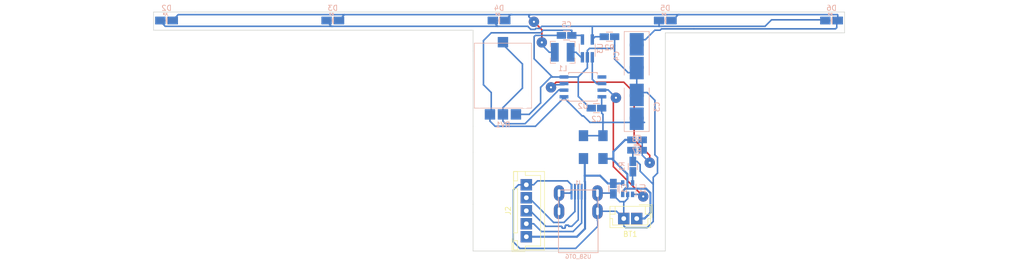
<source format=kicad_pcb>
(kicad_pcb (version 20171130) (host pcbnew 6.0.0-rc1-unknown-ba8647f~66~ubuntu18.04.1)

  (general
    (thickness 1.6)
    (drawings 28)
    (tracks 300)
    (zones 0)
    (modules 24)
    (nets 16)
  )

  (page A4)
  (layers
    (0 F.Cu jumper)
    (31 B.Cu signal)
    (32 B.Adhes user)
    (33 F.Adhes user)
    (34 B.Paste user)
    (35 F.Paste user)
    (36 B.SilkS user)
    (37 F.SilkS user)
    (38 B.Mask user)
    (39 F.Mask user)
    (40 Dwgs.User user)
    (41 Cmts.User user)
    (42 Eco1.User user)
    (43 Eco2.User user)
    (44 Edge.Cuts user)
    (45 Margin user)
    (46 B.CrtYd user)
    (47 F.CrtYd user)
    (48 B.Fab user)
    (49 F.Fab user)
  )

  (setup
    (last_trace_width 0.3)
    (trace_clearance 0.19)
    (zone_clearance 0.508)
    (zone_45_only no)
    (trace_min 0.2)
    (via_size 2)
    (via_drill 0.4)
    (via_min_size 0.4)
    (via_min_drill 0.3)
    (uvia_size 0.3)
    (uvia_drill 0.1)
    (uvias_allowed no)
    (uvia_min_size 0.2)
    (uvia_min_drill 0.1)
    (edge_width 0.05)
    (segment_width 0.2)
    (pcb_text_width 0.3)
    (pcb_text_size 1.5 1.5)
    (mod_edge_width 0.12)
    (mod_text_size 1 1)
    (mod_text_width 0.15)
    (pad_size 1.524 1.524)
    (pad_drill 0.762)
    (pad_to_mask_clearance 0.051)
    (solder_mask_min_width 0.25)
    (aux_axis_origin 79.5 78)
    (visible_elements FFFFFF7F)
    (pcbplotparams
      (layerselection 0x010fc_ffffffff)
      (usegerberextensions false)
      (usegerberattributes false)
      (usegerberadvancedattributes false)
      (creategerberjobfile false)
      (excludeedgelayer true)
      (linewidth 0.100000)
      (plotframeref false)
      (viasonmask false)
      (mode 1)
      (useauxorigin false)
      (hpglpennumber 1)
      (hpglpenspeed 20)
      (hpglpendiameter 15.000000)
      (psnegative false)
      (psa4output false)
      (plotreference true)
      (plotvalue true)
      (plotinvisibletext false)
      (padsonsilk false)
      (subtractmaskfromsilk false)
      (outputformat 1)
      (mirror false)
      (drillshape 1)
      (scaleselection 1)
      (outputdirectory ""))
  )

  (net 0 "")
  (net 1 GND)
  (net 2 +BATT)
  (net 3 +5V)
  (net 4 VCC)
  (net 5 LED_PWM)
  (net 6 "Net-(R1-Pad2)")
  (net 7 BATT_VOLTAGE)
  (net 8 BRIGHTNESS)
  (net 9 CHG_STATUS)
  (net 10 "Net-(L1-Pad1)")
  (net 11 /D-)
  (net 12 /D+)
  (net 13 /ID)
  (net 14 /LED+)
  (net 15 /LED-)

  (net_class Default "This is the default net class."
    (clearance 0.19)
    (trace_width 0.3)
    (via_dia 2)
    (via_drill 0.4)
    (uvia_dia 0.3)
    (uvia_drill 0.1)
    (add_net /D+)
    (add_net /D-)
    (add_net /ID)
    (add_net /LED+)
    (add_net /LED-)
    (add_net BATT_VOLTAGE)
    (add_net BRIGHTNESS)
    (add_net CHG_STATUS)
    (add_net GND)
    (add_net LED_PWM)
    (add_net "Net-(L1-Pad1)")
    (add_net "Net-(R1-Pad2)")
    (add_net VCC)
  )

  (net_class Power ""
    (clearance 0.19)
    (trace_width 0.4)
    (via_dia 2)
    (via_drill 0.4)
    (uvia_dia 0.3)
    (uvia_drill 0.1)
    (add_net +5V)
    (add_net +BATT)
  )

  (module coddingtonbear:MICRO_SIDELED_2808 (layer B.Cu) (tedit 5BB11804) (tstamp 5BADF47F)
    (at 210 34.1325)
    (path /5BADF8F9)
    (fp_text reference D6 (at 0 -2.4) (layer B.SilkS)
      (effects (font (size 1 1) (thickness 0.15)) (justify mirror))
    )
    (fp_text value LW-Y1SG (at 0 2) (layer B.Fab)
      (effects (font (size 1 1) (thickness 0.15)) (justify mirror))
    )
    (fp_line (start -0.4 -1.4) (end -0.6 -1.4) (layer B.SilkS) (width 0.12))
    (fp_line (start -0.6 -1.1) (end -0.4 -1.4) (layer B.SilkS) (width 0.12))
    (fp_line (start -0.6 -1.4) (end -0.6 -1.1) (layer B.SilkS) (width 0.12))
    (fp_line (start -0.2 -0.9) (end -0.6 -1.4) (layer B.SilkS) (width 0.12))
    (fp_line (start 0.1 -1.4) (end -0.1 -1.4) (layer B.SilkS) (width 0.12))
    (fp_line (start -0.1 -1.1) (end 0.1 -1.4) (layer B.SilkS) (width 0.12))
    (fp_line (start -0.1 -1.4) (end -0.1 -1.1) (layer B.SilkS) (width 0.12))
    (fp_line (start 0.3 -0.9) (end -0.1 -1.4) (layer B.SilkS) (width 0.12))
    (fp_line (start 0.1 0.7) (end 0.1 0.5) (layer B.SilkS) (width 0.12))
    (fp_line (start 0.1 -0.7) (end 0.1 0.6) (layer B.SilkS) (width 0.12))
    (fp_line (start -0.1 0) (end 0.1 -0.7) (layer B.SilkS) (width 0.12))
    (fp_line (start 0.1 0.7) (end -0.1 0) (layer B.SilkS) (width 0.12))
    (pad 2 smd rect (at 1.2 0) (size 2 1.5) (layers B.Cu B.Paste B.Mask)
      (net 14 /LED+))
    (pad 1 smd rect (at -1.2 0) (size 2 1.5) (layers B.Cu B.Paste B.Mask)
      (net 15 /LED-))
  )

  (module coddingtonbear:MICRO_SIDELED_2808 (layer B.Cu) (tedit 5BB11804) (tstamp 5BADF475)
    (at 178 34.1325)
    (path /5BADF775)
    (fp_text reference D5 (at 0 -2.4) (layer B.SilkS)
      (effects (font (size 1 1) (thickness 0.15)) (justify mirror))
    )
    (fp_text value LW-Y1SG (at 0 2) (layer B.Fab)
      (effects (font (size 1 1) (thickness 0.15)) (justify mirror))
    )
    (fp_line (start -0.4 -1.4) (end -0.6 -1.4) (layer B.SilkS) (width 0.12))
    (fp_line (start -0.6 -1.1) (end -0.4 -1.4) (layer B.SilkS) (width 0.12))
    (fp_line (start -0.6 -1.4) (end -0.6 -1.1) (layer B.SilkS) (width 0.12))
    (fp_line (start -0.2 -0.9) (end -0.6 -1.4) (layer B.SilkS) (width 0.12))
    (fp_line (start 0.1 -1.4) (end -0.1 -1.4) (layer B.SilkS) (width 0.12))
    (fp_line (start -0.1 -1.1) (end 0.1 -1.4) (layer B.SilkS) (width 0.12))
    (fp_line (start -0.1 -1.4) (end -0.1 -1.1) (layer B.SilkS) (width 0.12))
    (fp_line (start 0.3 -0.9) (end -0.1 -1.4) (layer B.SilkS) (width 0.12))
    (fp_line (start 0.1 0.7) (end 0.1 0.5) (layer B.SilkS) (width 0.12))
    (fp_line (start 0.1 -0.7) (end 0.1 0.6) (layer B.SilkS) (width 0.12))
    (fp_line (start -0.1 0) (end 0.1 -0.7) (layer B.SilkS) (width 0.12))
    (fp_line (start 0.1 0.7) (end -0.1 0) (layer B.SilkS) (width 0.12))
    (pad 2 smd rect (at 1.2 0) (size 2 1.5) (layers B.Cu B.Paste B.Mask)
      (net 14 /LED+))
    (pad 1 smd rect (at -1.2 0) (size 2 1.5) (layers B.Cu B.Paste B.Mask)
      (net 15 /LED-))
  )

  (module coddingtonbear:MICRO_SIDELED_2808 (layer B.Cu) (tedit 5BB11804) (tstamp 5BADF46B)
    (at 146 34.1325)
    (path /5BADF83D)
    (fp_text reference D4 (at 0 -2.4) (layer B.SilkS)
      (effects (font (size 1 1) (thickness 0.15)) (justify mirror))
    )
    (fp_text value LW-Y1SG (at 0 2) (layer B.Fab)
      (effects (font (size 1 1) (thickness 0.15)) (justify mirror))
    )
    (fp_line (start -0.4 -1.4) (end -0.6 -1.4) (layer B.SilkS) (width 0.12))
    (fp_line (start -0.6 -1.1) (end -0.4 -1.4) (layer B.SilkS) (width 0.12))
    (fp_line (start -0.6 -1.4) (end -0.6 -1.1) (layer B.SilkS) (width 0.12))
    (fp_line (start -0.2 -0.9) (end -0.6 -1.4) (layer B.SilkS) (width 0.12))
    (fp_line (start 0.1 -1.4) (end -0.1 -1.4) (layer B.SilkS) (width 0.12))
    (fp_line (start -0.1 -1.1) (end 0.1 -1.4) (layer B.SilkS) (width 0.12))
    (fp_line (start -0.1 -1.4) (end -0.1 -1.1) (layer B.SilkS) (width 0.12))
    (fp_line (start 0.3 -0.9) (end -0.1 -1.4) (layer B.SilkS) (width 0.12))
    (fp_line (start 0.1 0.7) (end 0.1 0.5) (layer B.SilkS) (width 0.12))
    (fp_line (start 0.1 -0.7) (end 0.1 0.6) (layer B.SilkS) (width 0.12))
    (fp_line (start -0.1 0) (end 0.1 -0.7) (layer B.SilkS) (width 0.12))
    (fp_line (start 0.1 0.7) (end -0.1 0) (layer B.SilkS) (width 0.12))
    (pad 2 smd rect (at 1.2 0) (size 2 1.5) (layers B.Cu B.Paste B.Mask)
      (net 14 /LED+))
    (pad 1 smd rect (at -1.2 0) (size 2 1.5) (layers B.Cu B.Paste B.Mask)
      (net 15 /LED-))
  )

  (module coddingtonbear:MICRO_SIDELED_2808 (layer B.Cu) (tedit 5BB11804) (tstamp 5BADF461)
    (at 114 34.1325)
    (path /5BADF879)
    (fp_text reference D3 (at 0 -2.4) (layer B.SilkS)
      (effects (font (size 1 1) (thickness 0.15)) (justify mirror))
    )
    (fp_text value LW-Y1SG (at 0 2) (layer B.Fab)
      (effects (font (size 1 1) (thickness 0.15)) (justify mirror))
    )
    (fp_line (start -0.4 -1.4) (end -0.6 -1.4) (layer B.SilkS) (width 0.12))
    (fp_line (start -0.6 -1.1) (end -0.4 -1.4) (layer B.SilkS) (width 0.12))
    (fp_line (start -0.6 -1.4) (end -0.6 -1.1) (layer B.SilkS) (width 0.12))
    (fp_line (start -0.2 -0.9) (end -0.6 -1.4) (layer B.SilkS) (width 0.12))
    (fp_line (start 0.1 -1.4) (end -0.1 -1.4) (layer B.SilkS) (width 0.12))
    (fp_line (start -0.1 -1.1) (end 0.1 -1.4) (layer B.SilkS) (width 0.12))
    (fp_line (start -0.1 -1.4) (end -0.1 -1.1) (layer B.SilkS) (width 0.12))
    (fp_line (start 0.3 -0.9) (end -0.1 -1.4) (layer B.SilkS) (width 0.12))
    (fp_line (start 0.1 0.7) (end 0.1 0.5) (layer B.SilkS) (width 0.12))
    (fp_line (start 0.1 -0.7) (end 0.1 0.6) (layer B.SilkS) (width 0.12))
    (fp_line (start -0.1 0) (end 0.1 -0.7) (layer B.SilkS) (width 0.12))
    (fp_line (start 0.1 0.7) (end -0.1 0) (layer B.SilkS) (width 0.12))
    (pad 2 smd rect (at 1.2 0) (size 2 1.5) (layers B.Cu B.Paste B.Mask)
      (net 14 /LED+))
    (pad 1 smd rect (at -1.2 0) (size 2 1.5) (layers B.Cu B.Paste B.Mask)
      (net 15 /LED-))
  )

  (module coddingtonbear:MICRO_SIDELED_2808 (layer B.Cu) (tedit 5BB11804) (tstamp 5BADF457)
    (at 82 34.1325)
    (path /5BADF8BB)
    (fp_text reference D2 (at 0 -2.4) (layer B.SilkS)
      (effects (font (size 1 1) (thickness 0.15)) (justify mirror))
    )
    (fp_text value LW-Y1SG (at 0 2) (layer B.Fab)
      (effects (font (size 1 1) (thickness 0.15)) (justify mirror))
    )
    (fp_line (start -0.4 -1.4) (end -0.6 -1.4) (layer B.SilkS) (width 0.12))
    (fp_line (start -0.6 -1.1) (end -0.4 -1.4) (layer B.SilkS) (width 0.12))
    (fp_line (start -0.6 -1.4) (end -0.6 -1.1) (layer B.SilkS) (width 0.12))
    (fp_line (start -0.2 -0.9) (end -0.6 -1.4) (layer B.SilkS) (width 0.12))
    (fp_line (start 0.1 -1.4) (end -0.1 -1.4) (layer B.SilkS) (width 0.12))
    (fp_line (start -0.1 -1.1) (end 0.1 -1.4) (layer B.SilkS) (width 0.12))
    (fp_line (start -0.1 -1.4) (end -0.1 -1.1) (layer B.SilkS) (width 0.12))
    (fp_line (start 0.3 -0.9) (end -0.1 -1.4) (layer B.SilkS) (width 0.12))
    (fp_line (start 0.1 0.7) (end 0.1 0.5) (layer B.SilkS) (width 0.12))
    (fp_line (start 0.1 -0.7) (end 0.1 0.6) (layer B.SilkS) (width 0.12))
    (fp_line (start -0.1 0) (end 0.1 -0.7) (layer B.SilkS) (width 0.12))
    (fp_line (start 0.1 0.7) (end -0.1 0) (layer B.SilkS) (width 0.12))
    (pad 2 smd rect (at 1.2 0) (size 2 1.5) (layers B.Cu B.Paste B.Mask)
      (net 14 /LED+))
    (pad 1 smd rect (at -1.2 0) (size 2 1.5) (layers B.Cu B.Paste B.Mask)
      (net 15 /LED-))
  )

  (module coddingtonbear:JST_XH_B05B-XH-A_05x2.50mm_Straight_LargePads (layer F.Cu) (tedit 5A888AA6) (tstamp 5BADF4C9)
    (at 151.25 75.75 90)
    (descr "JST XH series connector, B05B-XH-A, top entry type, through hole")
    (tags "connector jst xh tht top vertical 2.50mm")
    (path /5BAD9667)
    (fp_text reference J2 (at 5 -3.5 90) (layer F.SilkS)
      (effects (font (size 1 1) (thickness 0.15)))
    )
    (fp_text value Passthrough (at 5 4.5 90) (layer F.Fab)
      (effects (font (size 1 1) (thickness 0.15)))
    )
    (fp_line (start -2.45 -2.35) (end -2.45 3.4) (layer F.Fab) (width 0.1))
    (fp_line (start -2.45 3.4) (end 12.45 3.4) (layer F.Fab) (width 0.1))
    (fp_line (start 12.45 3.4) (end 12.45 -2.35) (layer F.Fab) (width 0.1))
    (fp_line (start 12.45 -2.35) (end -2.45 -2.35) (layer F.Fab) (width 0.1))
    (fp_line (start -2.95 -2.85) (end -2.95 3.9) (layer F.CrtYd) (width 0.05))
    (fp_line (start -2.95 3.9) (end 12.9 3.9) (layer F.CrtYd) (width 0.05))
    (fp_line (start 12.9 3.9) (end 12.9 -2.85) (layer F.CrtYd) (width 0.05))
    (fp_line (start 12.9 -2.85) (end -2.95 -2.85) (layer F.CrtYd) (width 0.05))
    (fp_line (start -2.55 -2.45) (end -2.55 3.5) (layer F.SilkS) (width 0.12))
    (fp_line (start -2.55 3.5) (end 12.55 3.5) (layer F.SilkS) (width 0.12))
    (fp_line (start 12.55 3.5) (end 12.55 -2.45) (layer F.SilkS) (width 0.12))
    (fp_line (start 12.55 -2.45) (end -2.55 -2.45) (layer F.SilkS) (width 0.12))
    (fp_line (start 0.75 -2.45) (end 0.75 -1.7) (layer F.SilkS) (width 0.12))
    (fp_line (start 0.75 -1.7) (end 9.25 -1.7) (layer F.SilkS) (width 0.12))
    (fp_line (start 9.25 -1.7) (end 9.25 -2.45) (layer F.SilkS) (width 0.12))
    (fp_line (start 9.25 -2.45) (end 0.75 -2.45) (layer F.SilkS) (width 0.12))
    (fp_line (start -2.55 -2.45) (end -2.55 -1.7) (layer F.SilkS) (width 0.12))
    (fp_line (start -2.55 -1.7) (end -0.75 -1.7) (layer F.SilkS) (width 0.12))
    (fp_line (start -0.75 -1.7) (end -0.75 -2.45) (layer F.SilkS) (width 0.12))
    (fp_line (start -0.75 -2.45) (end -2.55 -2.45) (layer F.SilkS) (width 0.12))
    (fp_line (start 10.75 -2.45) (end 10.75 -1.7) (layer F.SilkS) (width 0.12))
    (fp_line (start 10.75 -1.7) (end 12.55 -1.7) (layer F.SilkS) (width 0.12))
    (fp_line (start 12.55 -1.7) (end 12.55 -2.45) (layer F.SilkS) (width 0.12))
    (fp_line (start 12.55 -2.45) (end 10.75 -2.45) (layer F.SilkS) (width 0.12))
    (fp_line (start -2.55 -0.2) (end -1.8 -0.2) (layer F.SilkS) (width 0.12))
    (fp_line (start -1.8 -0.2) (end -1.8 2.75) (layer F.SilkS) (width 0.12))
    (fp_line (start -1.8 2.75) (end 5 2.75) (layer F.SilkS) (width 0.12))
    (fp_line (start 12.55 -0.2) (end 11.8 -0.2) (layer F.SilkS) (width 0.12))
    (fp_line (start 11.8 -0.2) (end 11.8 2.75) (layer F.SilkS) (width 0.12))
    (fp_line (start 11.8 2.75) (end 5 2.75) (layer F.SilkS) (width 0.12))
    (fp_line (start -0.35 -2.75) (end -2.85 -2.75) (layer F.SilkS) (width 0.12))
    (fp_line (start -2.85 -2.75) (end -2.85 -0.25) (layer F.SilkS) (width 0.12))
    (fp_line (start -0.35 -2.75) (end -2.85 -2.75) (layer F.Fab) (width 0.1))
    (fp_line (start -2.85 -2.75) (end -2.85 -0.25) (layer F.Fab) (width 0.1))
    (fp_text user %R (at 5 2.5 90) (layer F.Fab)
      (effects (font (size 1 1) (thickness 0.15)))
    )
    (pad 1 thru_hole rect (at 0 0 90) (size 2.2 2.2) (drill 0.9) (layers *.Cu *.Mask)
      (net 3 +5V))
    (pad 2 thru_hole rect (at 2.5 0 90) (size 2.2 2.2) (drill 0.9) (layers *.Cu *.Mask)
      (net 11 /D-))
    (pad 3 thru_hole rect (at 5 0 90) (size 2.2 2.2) (drill 0.9) (layers *.Cu *.Mask)
      (net 12 /D+))
    (pad 4 thru_hole rect (at 7.5 0 90) (size 2.2 2.2) (drill 0.9) (layers *.Cu *.Mask)
      (net 13 /ID))
    (pad 5 thru_hole rect (at 10 0 90) (size 2.2 2.2) (drill 0.9) (layers *.Cu *.Mask)
      (net 1 GND))
    (model Connectors_JST.3dshapes/JST_XH_B05B-XH-A_05x2.50mm_Straight.wrl
      (at (xyz 0 0 0))
      (scale (xyz 1 1 1))
      (rotate (xyz 0 0 0))
    )
  )

  (module coddingtonbear:0805_Milling (layer B.Cu) (tedit 5A864972) (tstamp 5BB093E8)
    (at 159 37 180)
    (descr "Resistor SMD 0805, reflow soldering, Vishay (see dcrcw.pdf)")
    (tags "resistor 0805")
    (path /5BB18888)
    (attr smd)
    (fp_text reference C5 (at 0 2.1 180) (layer B.SilkS)
      (effects (font (size 1 1) (thickness 0.15)) (justify mirror))
    )
    (fp_text value 0.1u (at 0 -2.1 180) (layer B.Fab)
      (effects (font (size 1 1) (thickness 0.15)) (justify mirror))
    )
    (fp_line (start 0.6 -0.875) (end -0.6 -0.875) (layer B.SilkS) (width 0.15))
    (fp_line (start -0.6 0.875) (end 0.6 0.875) (layer B.SilkS) (width 0.15))
    (pad 1 smd rect (at -1 0 180) (size 1.79 1.3) (layers B.Cu B.Paste B.Mask)
      (net 4 VCC))
    (pad 2 smd rect (at 1 0 180) (size 1.79 1.3) (layers B.Cu B.Paste B.Mask)
      (net 1 GND))
    (model Resistors_SMD.3dshapes/R_0805.wrl
      (at (xyz 0 0 0))
      (scale (xyz 1 1 1))
      (rotate (xyz 0 0 0))
    )
  )

  (module Package_TO_SOT_SMD:TSOT-23-5_HandSoldering (layer B.Cu) (tedit 5A02FF57) (tstamp 5BB08614)
    (at 163 39.5 90)
    (descr "5-pin TSOT23 package, http://cds.linear.com/docs/en/packaging/SOT_5_05-08-1635.pdf")
    (tags "TSOT-23-5 Hand-soldering")
    (path /5BB0AD5D)
    (attr smd)
    (fp_text reference U3 (at 0 2.45 90) (layer B.SilkS)
      (effects (font (size 1 1) (thickness 0.15)) (justify mirror))
    )
    (fp_text value PAM2804 (at 0 -2.5 90) (layer B.Fab)
      (effects (font (size 1 1) (thickness 0.15)) (justify mirror))
    )
    (fp_line (start 2.96 -1.7) (end -2.96 -1.7) (layer B.CrtYd) (width 0.05))
    (fp_line (start 2.96 -1.7) (end 2.96 1.7) (layer B.CrtYd) (width 0.05))
    (fp_line (start -2.96 1.7) (end -2.96 -1.7) (layer B.CrtYd) (width 0.05))
    (fp_line (start -2.96 1.7) (end 2.96 1.7) (layer B.CrtYd) (width 0.05))
    (fp_line (start 0.88 1.45) (end 0.88 -1.45) (layer B.Fab) (width 0.1))
    (fp_line (start 0.88 -1.45) (end -0.88 -1.45) (layer B.Fab) (width 0.1))
    (fp_line (start -0.88 1) (end -0.88 -1.45) (layer B.Fab) (width 0.1))
    (fp_line (start 0.88 1.45) (end -0.43 1.45) (layer B.Fab) (width 0.1))
    (fp_line (start -0.88 1) (end -0.43 1.45) (layer B.Fab) (width 0.1))
    (fp_line (start 0.88 1.51) (end -1.55 1.51) (layer B.SilkS) (width 0.12))
    (fp_line (start -0.88 -1.56) (end 0.88 -1.56) (layer B.SilkS) (width 0.12))
    (fp_text user %R (at 0 0) (layer B.Fab)
      (effects (font (size 0.5 0.5) (thickness 0.075)) (justify mirror))
    )
    (pad 5 smd rect (at 1.71 0.95 90) (size 2 0.65) (layers B.Cu B.Paste B.Mask)
      (net 15 /LED-))
    (pad 4 smd rect (at 1.71 -0.95 90) (size 2 0.65) (layers B.Cu B.Paste B.Mask)
      (net 4 VCC))
    (pad 3 smd rect (at -1.71 -0.95 90) (size 2 0.65) (layers B.Cu B.Paste B.Mask)
      (net 10 "Net-(L1-Pad1)"))
    (pad 2 smd rect (at -1.71 0 90) (size 2 0.65) (layers B.Cu B.Paste B.Mask)
      (net 1 GND))
    (pad 1 smd rect (at -1.71 0.95 90) (size 2 0.65) (layers B.Cu B.Paste B.Mask)
      (net 5 LED_PWM))
    (model ${KISYS3DMOD}/Package_TO_SOT_SMD.3dshapes/TSOT-23-5.wrl
      (at (xyz 0 0 0))
      (scale (xyz 1 1 1))
      (rotate (xyz 0 0 0))
    )
  )

  (module coddingtonbear:0805_Milling (layer B.Cu) (tedit 5A864972) (tstamp 5BB08567)
    (at 167.25 37.25)
    (descr "Resistor SMD 0805, reflow soldering, Vishay (see dcrcw.pdf)")
    (tags "resistor 0805")
    (path /5BB1488F)
    (attr smd)
    (fp_text reference R2 (at 0 2.1) (layer B.SilkS)
      (effects (font (size 1 1) (thickness 0.15)) (justify mirror))
    )
    (fp_text value "1.0 (max)" (at 0 -2.1) (layer B.Fab)
      (effects (font (size 1 1) (thickness 0.15)) (justify mirror))
    )
    (fp_line (start 0.6 -0.875) (end -0.6 -0.875) (layer B.SilkS) (width 0.15))
    (fp_line (start -0.6 0.875) (end 0.6 0.875) (layer B.SilkS) (width 0.15))
    (pad 1 smd rect (at -1 0) (size 1.79 1.3) (layers B.Cu B.Paste B.Mask)
      (net 15 /LED-))
    (pad 2 smd rect (at 1 0) (size 1.79 1.3) (layers B.Cu B.Paste B.Mask)
      (net 1 GND))
    (model Resistors_SMD.3dshapes/R_0805.wrl
      (at (xyz 0 0 0))
      (scale (xyz 1 1 1))
      (rotate (xyz 0 0 0))
    )
  )

  (module Inductor_SMD:L_Bourns-SRN4018 (layer B.Cu) (tedit 5B471911) (tstamp 5BB08551)
    (at 158.25 40.25 180)
    (descr "Bourns SRN4018 series SMD inductor, https://www.bourns.com/docs/Product-Datasheets/SRN4018.pdf")
    (tags "Bourns SRN4018 SMD inductor")
    (path /5BB1038A)
    (attr smd)
    (fp_text reference L1 (at 0 -3.1 180) (layer B.SilkS)
      (effects (font (size 1 1) (thickness 0.15)) (justify mirror))
    )
    (fp_text value 47u (at 0 3.1 180) (layer B.Fab)
      (effects (font (size 1 1) (thickness 0.15)) (justify mirror))
    )
    (fp_line (start -2.53 2.25) (end -2.53 -2.25) (layer B.CrtYd) (width 0.05))
    (fp_line (start -2.53 -2.25) (end 2.53 -2.25) (layer B.CrtYd) (width 0.05))
    (fp_line (start 2.53 2.25) (end 2.53 -2.25) (layer B.CrtYd) (width 0.05))
    (fp_line (start -2.53 2.25) (end 2.53 2.25) (layer B.CrtYd) (width 0.05))
    (fp_line (start -2.385 -2.11) (end -1.36 -2.11) (layer B.SilkS) (width 0.12))
    (fp_line (start 2.385 -2.11) (end 1.36 -2.11) (layer B.SilkS) (width 0.12))
    (fp_line (start -2.385 -2.11) (end -2.385 -1.085) (layer B.SilkS) (width 0.12))
    (fp_line (start 2.385 -2.11) (end 2.385 -1.085) (layer B.SilkS) (width 0.12))
    (fp_line (start 2.385 2.11) (end 2.385 1.085) (layer B.SilkS) (width 0.12))
    (fp_line (start 2.385 2.11) (end 1.36 2.11) (layer B.SilkS) (width 0.12))
    (fp_line (start 2 2) (end 2 -2) (layer B.Fab) (width 0.1))
    (fp_line (start -2 2) (end -2 -2) (layer B.Fab) (width 0.1))
    (fp_line (start -2.385 2.11) (end -1.36 2.11) (layer B.SilkS) (width 0.12))
    (fp_line (start -2.385 2.11) (end -2.385 1.085) (layer B.SilkS) (width 0.12))
    (fp_line (start -2 2) (end 2 2) (layer B.Fab) (width 0.1))
    (fp_line (start 2 -2) (end -2 -2) (layer B.Fab) (width 0.1))
    (fp_text user %R (at 0 0 180) (layer B.Fab)
      (effects (font (size 1 1) (thickness 0.15)) (justify mirror))
    )
    (pad 2 smd rect (at 1.525 0 180) (size 1.5 3.6) (layers B.Cu B.Paste B.Mask)
      (net 14 /LED+))
    (pad 1 smd rect (at -1.525 0 180) (size 1.5 3.6) (layers B.Cu B.Paste B.Mask)
      (net 10 "Net-(L1-Pad1)"))
    (model ${KISYS3DMOD}/Inductor_SMD.3dshapes/L_Bourns-SRN4018.wrl
      (at (xyz 0 0 0))
      (scale (xyz 1 1 1))
      (rotate (xyz 0 0 0))
    )
  )

  (module coddingtonbear:CP_Tantalum_Case-D_EIA-7343-31_Milling (layer B.Cu) (tedit 5A864510) (tstamp 5BB0843A)
    (at 172.5 41 270)
    (descr "Tantalum capacitor, Case D, EIA 7343-31, 7.3x4.3x2.8mm, Reflow soldering footprint")
    (tags "capacitor tantalum smd")
    (path /5BB0C5FC)
    (attr smd)
    (fp_text reference C4 (at 0 3.9 270) (layer B.SilkS)
      (effects (font (size 1 1) (thickness 0.15)) (justify mirror))
    )
    (fp_text value "100uF / NTC-T107K10TRDF" (at 0 -3.9 270) (layer B.Fab)
      (effects (font (size 1 1) (thickness 0.15)) (justify mirror))
    )
    (fp_line (start -4.75 2.4) (end -4.75 -2.4) (layer B.SilkS) (width 0.12))
    (fp_line (start -4.75 -2.4) (end 3.65 -2.4) (layer B.SilkS) (width 0.12))
    (fp_line (start -4.75 2.4) (end 3.65 2.4) (layer B.SilkS) (width 0.12))
    (fp_line (start -2.555 2.15) (end -2.555 -2.15) (layer B.Fab) (width 0.1))
    (fp_line (start -2.92 2.15) (end -2.92 -2.15) (layer B.Fab) (width 0.1))
    (fp_line (start 3.65 2.15) (end -3.65 2.15) (layer B.Fab) (width 0.1))
    (fp_line (start 3.65 -2.15) (end 3.65 2.15) (layer B.Fab) (width 0.1))
    (fp_line (start -3.65 -2.15) (end 3.65 -2.15) (layer B.Fab) (width 0.1))
    (fp_line (start -3.65 2.15) (end -3.65 -2.15) (layer B.Fab) (width 0.1))
    (fp_line (start 4.85 2.5) (end -4.85 2.5) (layer B.CrtYd) (width 0.05))
    (fp_line (start 4.85 -2.5) (end 4.85 2.5) (layer B.CrtYd) (width 0.05))
    (fp_line (start -4.85 -2.5) (end 4.85 -2.5) (layer B.CrtYd) (width 0.05))
    (fp_line (start -4.85 2.5) (end -4.85 -2.5) (layer B.CrtYd) (width 0.05))
    (pad 2 smd rect (at 1.27 0 270) (size 2.3 2.7) (layers B.Cu B.Paste B.Mask)
      (net 1 GND))
    (pad 1 smd rect (at -1.27 0 270) (size 2.3 2.7) (layers B.Cu B.Paste B.Mask)
      (net 14 /LED+))
    (pad 2 smd rect (at 3.175 0 270) (size 2.55 2.7) (layers B.Cu B.Paste B.Mask)
      (net 1 GND))
    (pad 1 smd rect (at -3.175 0 270) (size 2.55 2.7) (layers B.Cu B.Paste B.Mask)
      (net 14 /LED+))
    (model Capacitors_Tantalum_SMD.3dshapes/CP_Tantalum_Case-D_EIA-7343-31.wrl
      (at (xyz 0 0 0))
      (scale (xyz 1 1 1))
      (rotate (xyz 0 0 0))
    )
  )

  (module coddingtonbear:CP_Tantalum_Case-D_EIA-7343-31_Milling (layer B.Cu) (tedit 5A864510) (tstamp 5BB08425)
    (at 172.5 50.75 90)
    (descr "Tantalum capacitor, Case D, EIA 7343-31, 7.3x4.3x2.8mm, Reflow soldering footprint")
    (tags "capacitor tantalum smd")
    (path /5BB0C554)
    (attr smd)
    (fp_text reference C3 (at 0 3.9 90) (layer B.SilkS)
      (effects (font (size 1 1) (thickness 0.15)) (justify mirror))
    )
    (fp_text value "100uF / NTC-T107K10TRDF" (at 0 -3.9 90) (layer B.Fab)
      (effects (font (size 1 1) (thickness 0.15)) (justify mirror))
    )
    (fp_line (start -4.75 2.4) (end -4.75 -2.4) (layer B.SilkS) (width 0.12))
    (fp_line (start -4.75 -2.4) (end 3.65 -2.4) (layer B.SilkS) (width 0.12))
    (fp_line (start -4.75 2.4) (end 3.65 2.4) (layer B.SilkS) (width 0.12))
    (fp_line (start -2.555 2.15) (end -2.555 -2.15) (layer B.Fab) (width 0.1))
    (fp_line (start -2.92 2.15) (end -2.92 -2.15) (layer B.Fab) (width 0.1))
    (fp_line (start 3.65 2.15) (end -3.65 2.15) (layer B.Fab) (width 0.1))
    (fp_line (start 3.65 -2.15) (end 3.65 2.15) (layer B.Fab) (width 0.1))
    (fp_line (start -3.65 -2.15) (end 3.65 -2.15) (layer B.Fab) (width 0.1))
    (fp_line (start -3.65 2.15) (end -3.65 -2.15) (layer B.Fab) (width 0.1))
    (fp_line (start 4.85 2.5) (end -4.85 2.5) (layer B.CrtYd) (width 0.05))
    (fp_line (start 4.85 -2.5) (end 4.85 2.5) (layer B.CrtYd) (width 0.05))
    (fp_line (start -4.85 -2.5) (end 4.85 -2.5) (layer B.CrtYd) (width 0.05))
    (fp_line (start -4.85 2.5) (end -4.85 -2.5) (layer B.CrtYd) (width 0.05))
    (pad 2 smd rect (at 1.27 0 90) (size 2.3 2.7) (layers B.Cu B.Paste B.Mask)
      (net 1 GND))
    (pad 1 smd rect (at -1.27 0 90) (size 2.3 2.7) (layers B.Cu B.Paste B.Mask)
      (net 4 VCC))
    (pad 2 smd rect (at 3.175 0 90) (size 2.55 2.7) (layers B.Cu B.Paste B.Mask)
      (net 1 GND))
    (pad 1 smd rect (at -3.175 0 90) (size 2.55 2.7) (layers B.Cu B.Paste B.Mask)
      (net 4 VCC))
    (model Capacitors_Tantalum_SMD.3dshapes/CP_Tantalum_Case-D_EIA-7343-31.wrl
      (at (xyz 0 0 0))
      (scale (xyz 1 1 1))
      (rotate (xyz 0 0 0))
    )
  )

  (module Package_SO:SOIJ-8_5.3x5.3mm_P1.27mm (layer B.Cu) (tedit 5A02F2D3) (tstamp 5BADF568)
    (at 162.15 46.905)
    (descr "8-Lead Plastic Small Outline (SM) - Medium, 5.28 mm Body [SOIC] (see Microchip Packaging Specification 00000049BS.pdf)")
    (tags "SOIC 1.27")
    (path /5BAD9492)
    (attr smd)
    (fp_text reference U2 (at 0 3.68) (layer B.SilkS)
      (effects (font (size 1 1) (thickness 0.15)) (justify mirror))
    )
    (fp_text value ATtiny85-20SU (at 0 -3.68) (layer B.Fab)
      (effects (font (size 1 1) (thickness 0.15)) (justify mirror))
    )
    (fp_line (start -2.75 2.55) (end -4.5 2.55) (layer B.SilkS) (width 0.15))
    (fp_line (start -2.75 -2.755) (end 2.75 -2.755) (layer B.SilkS) (width 0.15))
    (fp_line (start -2.75 2.755) (end 2.75 2.755) (layer B.SilkS) (width 0.15))
    (fp_line (start -2.75 -2.755) (end -2.75 -2.455) (layer B.SilkS) (width 0.15))
    (fp_line (start 2.75 -2.755) (end 2.75 -2.455) (layer B.SilkS) (width 0.15))
    (fp_line (start 2.75 2.755) (end 2.75 2.455) (layer B.SilkS) (width 0.15))
    (fp_line (start -2.75 2.755) (end -2.75 2.55) (layer B.SilkS) (width 0.15))
    (fp_line (start -4.75 -2.95) (end 4.75 -2.95) (layer B.CrtYd) (width 0.05))
    (fp_line (start -4.75 2.95) (end 4.75 2.95) (layer B.CrtYd) (width 0.05))
    (fp_line (start 4.75 2.95) (end 4.75 -2.95) (layer B.CrtYd) (width 0.05))
    (fp_line (start -4.75 2.95) (end -4.75 -2.95) (layer B.CrtYd) (width 0.05))
    (fp_line (start -2.65 1.65) (end -1.65 2.65) (layer B.Fab) (width 0.15))
    (fp_line (start -2.65 -2.65) (end -2.65 1.65) (layer B.Fab) (width 0.15))
    (fp_line (start 2.65 -2.65) (end -2.65 -2.65) (layer B.Fab) (width 0.15))
    (fp_line (start 2.65 2.65) (end 2.65 -2.65) (layer B.Fab) (width 0.15))
    (fp_line (start -1.65 2.65) (end 2.65 2.65) (layer B.Fab) (width 0.15))
    (fp_text user %R (at 0 0) (layer B.Fab)
      (effects (font (size 1 1) (thickness 0.15)) (justify mirror))
    )
    (pad 8 smd rect (at 3.65 1.905) (size 1.7 0.65) (layers B.Cu B.Paste B.Mask)
      (net 4 VCC))
    (pad 7 smd rect (at 3.65 0.635) (size 1.7 0.65) (layers B.Cu B.Paste B.Mask)
      (net 9 CHG_STATUS))
    (pad 6 smd rect (at 3.65 -0.635) (size 1.7 0.65) (layers B.Cu B.Paste B.Mask)
      (net 5 LED_PWM))
    (pad 5 smd rect (at 3.65 -1.905) (size 1.7 0.65) (layers B.Cu B.Paste B.Mask))
    (pad 4 smd rect (at -3.65 -1.905) (size 1.7 0.65) (layers B.Cu B.Paste B.Mask)
      (net 1 GND))
    (pad 3 smd rect (at -3.65 -0.635) (size 1.7 0.65) (layers B.Cu B.Paste B.Mask)
      (net 7 BATT_VOLTAGE))
    (pad 2 smd rect (at -3.65 0.635) (size 1.7 0.65) (layers B.Cu B.Paste B.Mask)
      (net 8 BRIGHTNESS))
    (pad 1 smd rect (at -3.65 1.905) (size 1.7 0.65) (layers B.Cu B.Paste B.Mask)
      (net 4 VCC))
    (model ${KISYS3DMOD}/Package_SO.3dshapes/SOIJ-8_5.3x5.3mm_P1.27mm.wrl
      (at (xyz 0 0 0))
      (scale (xyz 1 1 1))
      (rotate (xyz 0 0 0))
    )
  )

  (module Package_TO_SOT_SMD:SOT-23-5 (layer B.Cu) (tedit 5A02FF57) (tstamp 5BADF54B)
    (at 170.75 66.5 90)
    (descr "5-pin SOT23 package")
    (tags SOT-23-5)
    (path /5BADA23B)
    (attr smd)
    (fp_text reference U1 (at 0 2.9 90) (layer B.SilkS)
      (effects (font (size 1 1) (thickness 0.15)) (justify mirror))
    )
    (fp_text value MCP73831-2-OT (at 0 -2.9 90) (layer B.Fab)
      (effects (font (size 1 1) (thickness 0.15)) (justify mirror))
    )
    (fp_line (start 0.9 1.55) (end 0.9 -1.55) (layer B.Fab) (width 0.1))
    (fp_line (start 0.9 -1.55) (end -0.9 -1.55) (layer B.Fab) (width 0.1))
    (fp_line (start -0.9 0.9) (end -0.9 -1.55) (layer B.Fab) (width 0.1))
    (fp_line (start 0.9 1.55) (end -0.25 1.55) (layer B.Fab) (width 0.1))
    (fp_line (start -0.9 0.9) (end -0.25 1.55) (layer B.Fab) (width 0.1))
    (fp_line (start -1.9 -1.8) (end -1.9 1.8) (layer B.CrtYd) (width 0.05))
    (fp_line (start 1.9 -1.8) (end -1.9 -1.8) (layer B.CrtYd) (width 0.05))
    (fp_line (start 1.9 1.8) (end 1.9 -1.8) (layer B.CrtYd) (width 0.05))
    (fp_line (start -1.9 1.8) (end 1.9 1.8) (layer B.CrtYd) (width 0.05))
    (fp_line (start 0.9 1.61) (end -1.55 1.61) (layer B.SilkS) (width 0.12))
    (fp_line (start -0.9 -1.61) (end 0.9 -1.61) (layer B.SilkS) (width 0.12))
    (fp_text user %R (at 0 0) (layer B.Fab)
      (effects (font (size 0.5 0.5) (thickness 0.075)) (justify mirror))
    )
    (pad 5 smd rect (at 1.1 0.95 90) (size 1.06 0.65) (layers B.Cu B.Paste B.Mask)
      (net 6 "Net-(R1-Pad2)"))
    (pad 4 smd rect (at 1.1 -0.95 90) (size 1.06 0.65) (layers B.Cu B.Paste B.Mask)
      (net 3 +5V))
    (pad 3 smd rect (at -1.1 -0.95 90) (size 1.06 0.65) (layers B.Cu B.Paste B.Mask)
      (net 2 +BATT))
    (pad 2 smd rect (at -1.1 0 90) (size 1.06 0.65) (layers B.Cu B.Paste B.Mask)
      (net 1 GND))
    (pad 1 smd rect (at -1.1 0.95 90) (size 1.06 0.65) (layers B.Cu B.Paste B.Mask)
      (net 9 CHG_STATUS))
    (model ${KISYS3DMOD}/Package_TO_SOT_SMD.3dshapes/SOT-23-5.wrl
      (at (xyz 0 0 0))
      (scale (xyz 1 1 1))
      (rotate (xyz 0 0 0))
    )
  )

  (module coddingtonbear:SV01_Murata_Pot (layer B.Cu) (tedit 5BADAD2F) (tstamp 5BADF536)
    (at 146.75 44.5 180)
    (path /5BADD90D)
    (fp_text reference RV1 (at 0 -9.7 180) (layer B.SilkS)
      (effects (font (size 1 1) (thickness 0.15)) (justify mirror))
    )
    (fp_text value R_POT (at 0 11.9 180) (layer B.Fab)
      (effects (font (size 1 1) (thickness 0.15)) (justify mirror))
    )
    (fp_line (start -5.5 -6.5) (end -5.5 6) (layer B.SilkS) (width 0.12))
    (fp_line (start 5.5 6) (end 5.5 -6.5) (layer B.SilkS) (width 0.12))
    (fp_line (start -5.5 6) (end 5.5 6) (layer B.SilkS) (width 0.12))
    (fp_line (start -5.5 -6.5) (end 5.5 -6.5) (layer B.SilkS) (width 0.12))
    (pad "" np_thru_hole oval (at 4.2309 -5.5138 142.5) (size 1.1 2) (drill oval 1.1 2) (layers *.Cu *.Mask))
    (pad "" np_thru_hole circle (at -4.2309 -5.5138 180) (size 2 2) (drill 2) (layers *.Cu *.Mask))
    (pad "" np_thru_hole circle (at 0 0 180) (size 5 5) (drill 5) (layers *.Cu *.Mask))
    (pad 2 smd rect (at 0 6.2 180) (size 2 2) (layers B.Cu B.Paste B.Mask)
      (net 8 BRIGHTNESS))
    (pad 3 smd rect (at 2.5 -7.7 180) (size 2 2) (layers B.Cu B.Paste B.Mask)
      (net 4 VCC))
    (pad 1 smd rect (at -2.5 -7.7 180) (size 2 2) (layers B.Cu B.Paste B.Mask)
      (net 1 GND))
    (pad 2 smd rect (at 0 -7.7 180) (size 2 2) (layers B.Cu B.Paste B.Mask)
      (net 8 BRIGHTNESS))
  )

  (module coddingtonbear:0805_Milling (layer B.Cu) (tedit 5A864972) (tstamp 5BADF527)
    (at 172.563657 59.102679 180)
    (descr "Resistor SMD 0805, reflow soldering, Vishay (see dcrcw.pdf)")
    (tags "resistor 0805")
    (path /5BADE578)
    (attr smd)
    (fp_text reference R8 (at 0 2.1 180) (layer B.SilkS)
      (effects (font (size 1 1) (thickness 0.15)) (justify mirror))
    )
    (fp_text value 10k (at 0 -2.1 180) (layer B.Fab)
      (effects (font (size 1 1) (thickness 0.15)) (justify mirror))
    )
    (fp_line (start 0.6 -0.875) (end -0.6 -0.875) (layer B.SilkS) (width 0.15))
    (fp_line (start -0.6 0.875) (end 0.6 0.875) (layer B.SilkS) (width 0.15))
    (pad 1 smd rect (at -1 0 180) (size 1.79 1.3) (layers B.Cu B.Paste B.Mask)
      (net 7 BATT_VOLTAGE))
    (pad 2 smd rect (at 1 0 180) (size 1.79 1.3) (layers B.Cu B.Paste B.Mask)
      (net 1 GND))
    (model Resistors_SMD.3dshapes/R_0805.wrl
      (at (xyz 0 0 0))
      (scale (xyz 1 1 1))
      (rotate (xyz 0 0 0))
    )
  )

  (module coddingtonbear:0805_Milling (layer B.Cu) (tedit 5A864972) (tstamp 5BADF51F)
    (at 172.563657 57.102679)
    (descr "Resistor SMD 0805, reflow soldering, Vishay (see dcrcw.pdf)")
    (tags "resistor 0805")
    (path /5BADE52C)
    (attr smd)
    (fp_text reference R7 (at 0 2.1) (layer B.SilkS)
      (effects (font (size 1 1) (thickness 0.15)) (justify mirror))
    )
    (fp_text value 10k (at 0 -2.1) (layer B.Fab)
      (effects (font (size 1 1) (thickness 0.15)) (justify mirror))
    )
    (fp_line (start 0.6 -0.875) (end -0.6 -0.875) (layer B.SilkS) (width 0.15))
    (fp_line (start -0.6 0.875) (end 0.6 0.875) (layer B.SilkS) (width 0.15))
    (pad 1 smd rect (at -1 0) (size 1.79 1.3) (layers B.Cu B.Paste B.Mask)
      (net 2 +BATT))
    (pad 2 smd rect (at 1 0) (size 1.79 1.3) (layers B.Cu B.Paste B.Mask)
      (net 7 BATT_VOLTAGE))
    (model Resistors_SMD.3dshapes/R_0805.wrl
      (at (xyz 0 0 0))
      (scale (xyz 1 1 1))
      (rotate (xyz 0 0 0))
    )
  )

  (module coddingtonbear:0805_Milling (layer B.Cu) (tedit 5A864972) (tstamp 5BADF4EF)
    (at 171.75 62.25 270)
    (descr "Resistor SMD 0805, reflow soldering, Vishay (see dcrcw.pdf)")
    (tags "resistor 0805")
    (path /5BADBEA4)
    (attr smd)
    (fp_text reference R1 (at 0 2.1 270) (layer B.SilkS)
      (effects (font (size 1 1) (thickness 0.15)) (justify mirror))
    )
    (fp_text value 10k (at 0 -2.1 270) (layer B.Fab)
      (effects (font (size 1 1) (thickness 0.15)) (justify mirror))
    )
    (fp_line (start 0.6 -0.875) (end -0.6 -0.875) (layer B.SilkS) (width 0.15))
    (fp_line (start -0.6 0.875) (end 0.6 0.875) (layer B.SilkS) (width 0.15))
    (pad 1 smd rect (at -1 0 270) (size 1.79 1.3) (layers B.Cu B.Paste B.Mask)
      (net 1 GND))
    (pad 2 smd rect (at 1 0 270) (size 1.79 1.3) (layers B.Cu B.Paste B.Mask)
      (net 6 "Net-(R1-Pad2)"))
    (model Resistors_SMD.3dshapes/R_0805.wrl
      (at (xyz 0 0 0))
      (scale (xyz 1 1 1))
      (rotate (xyz 0 0 0))
    )
  )

  (module coddingtonbear:UJ2-MIBH-4-SMT (layer B.Cu) (tedit 5A29BCCC) (tstamp 5BADF49D)
    (at 161.25 66.75 180)
    (path /5BAD955C)
    (fp_text reference J1 (at 0 1.397 180) (layer B.SilkS)
      (effects (font (size 0.762 0.762) (thickness 0.127)) (justify mirror))
    )
    (fp_text value USB_OTG (at 0 -12.827 180) (layer B.SilkS)
      (effects (font (size 0.762 0.762) (thickness 0.127)) (justify mirror))
    )
    (fp_line (start -3.81 0) (end -3.81 -12.065) (layer B.SilkS) (width 0.15))
    (fp_line (start -3.81 -12.065) (end 3.81 -12.065) (layer B.SilkS) (width 0.15))
    (fp_line (start -3.81 0) (end 3.81 0) (layer B.SilkS) (width 0.15))
    (fp_line (start 3.81 0) (end 3.81 -12.065) (layer B.SilkS) (width 0.15))
    (pad 6 thru_hole oval (at -3.7 -4.1 180) (size 2 3) (drill oval 0.5 1.5) (layers *.Cu *.Mask)
      (net 1 GND))
    (pad 6 thru_hole oval (at 3.7 -0.6 180) (size 2 3) (drill oval 0.5 1.5) (layers *.Cu *.Mask)
      (net 1 GND))
    (pad 6 thru_hole oval (at -3.7 -0.6 180) (size 2 3) (drill oval 0.5 1.5) (layers *.Cu *.Mask)
      (net 1 GND))
    (pad 1 smd rect (at -1.29794 -0.32004 180) (size 0.39878 3) (layers B.Cu B.Paste B.Mask)
      (net 3 +5V) (clearance 0.2032))
    (pad 2 smd rect (at -0.6477 -0.32004 180) (size 0.39878 3) (layers B.Cu B.Paste B.Mask)
      (net 11 /D-) (clearance 0.2032))
    (pad 3 smd rect (at 0 -0.32004 180) (size 0.39878 3) (layers B.Cu B.Paste B.Mask)
      (net 12 /D+) (clearance 0.2032))
    (pad 4 smd rect (at 0.6477 -0.32004 180) (size 0.39878 3) (layers B.Cu B.Paste B.Mask)
      (net 13 /ID) (clearance 0.2032))
    (pad 5 smd rect (at 1.29794 -0.32004 180) (size 0.39878 3) (layers B.Cu B.Paste B.Mask)
      (net 1 GND) (clearance 0.2032))
    (pad 6 thru_hole oval (at 3.7 -4.1 180) (size 2 3) (drill oval 0.5 1.5) (layers *.Cu *.Mask)
      (net 1 GND))
  )

  (module coddingtonbear:DO-214AC (layer B.Cu) (tedit 590C3A57) (tstamp 5BADF48C)
    (at 162.25 58.5 270)
    (path /5BADAB94)
    (fp_text reference D7 (at -0.87 -0.76 270) (layer B.Fab)
      (effects (font (size 0.29972 0.29972) (thickness 0.07493)) (justify mirror))
    )
    (fp_text value SS14-TP (at -0.71 -0.12 270) (layer B.Fab)
      (effects (font (size 0.29972 0.29972) (thickness 0.07493)) (justify mirror))
    )
    (fp_line (start 2.30124 -1.39954) (end 2.30124 1.39954) (layer B.Fab) (width 0.381))
    (fp_line (start -2.30124 -1.39954) (end 2.30124 -1.39954) (layer B.Fab) (width 0.381))
    (fp_line (start -2.30124 1.39954) (end -2.30124 -1.39954) (layer B.Fab) (width 0.381))
    (fp_line (start 2.30124 1.39954) (end -2.30124 1.39954) (layer B.Fab) (width 0.381))
    (fp_line (start 1.15062 1.39954) (end 1.15062 -1.34874) (layer B.Fab) (width 0.381))
    (fp_line (start 0.8509 1.34874) (end 0.8509 -1.30048) (layer B.Fab) (width 0.381))
    (fp_line (start 0.55118 1.39954) (end 0.55118 -1.30048) (layer B.Fab) (width 0.381))
    (pad 2 smd rect (at 2.19964 0 270) (size 2.10058 1.80086) (layers B.Cu B.Paste B.Mask)
      (net 3 +5V))
    (pad 1 smd rect (at -2.19964 0 270) (size 2.10058 1.80086) (layers B.Cu B.Paste B.Mask)
      (net 4 VCC))
    (model Housings_DO/DO-214AC.wrl
      (offset (xyz 2.031999969482422 1.371599979400635 1.219199981689453))
      (scale (xyz 1 1 1))
      (rotate (xyz 0 0 180))
    )
  )

  (module coddingtonbear:DO-214AC (layer B.Cu) (tedit 590C3A57) (tstamp 5BADF44D)
    (at 166 58.5 270)
    (path /5BADAAF7)
    (fp_text reference D1 (at -0.87 -0.76 270) (layer B.Fab)
      (effects (font (size 0.29972 0.29972) (thickness 0.07493)) (justify mirror))
    )
    (fp_text value SS14-TP (at -0.71 -0.12 270) (layer B.Fab)
      (effects (font (size 0.29972 0.29972) (thickness 0.07493)) (justify mirror))
    )
    (fp_line (start 2.30124 -1.39954) (end 2.30124 1.39954) (layer B.Fab) (width 0.381))
    (fp_line (start -2.30124 -1.39954) (end 2.30124 -1.39954) (layer B.Fab) (width 0.381))
    (fp_line (start -2.30124 1.39954) (end -2.30124 -1.39954) (layer B.Fab) (width 0.381))
    (fp_line (start 2.30124 1.39954) (end -2.30124 1.39954) (layer B.Fab) (width 0.381))
    (fp_line (start 1.15062 1.39954) (end 1.15062 -1.34874) (layer B.Fab) (width 0.381))
    (fp_line (start 0.8509 1.34874) (end 0.8509 -1.30048) (layer B.Fab) (width 0.381))
    (fp_line (start 0.55118 1.39954) (end 0.55118 -1.30048) (layer B.Fab) (width 0.381))
    (pad 2 smd rect (at 2.19964 0 270) (size 2.10058 1.80086) (layers B.Cu B.Paste B.Mask)
      (net 2 +BATT))
    (pad 1 smd rect (at -2.19964 0 270) (size 2.10058 1.80086) (layers B.Cu B.Paste B.Mask)
      (net 4 VCC))
    (model Housings_DO/DO-214AC.wrl
      (offset (xyz 2.031999969482422 1.371599979400635 1.219199981689453))
      (scale (xyz 1 1 1))
      (rotate (xyz 0 0 180))
    )
  )

  (module coddingtonbear:0805_Milling (layer B.Cu) (tedit 5A864972) (tstamp 5BADF440)
    (at 164.75 51)
    (descr "Resistor SMD 0805, reflow soldering, Vishay (see dcrcw.pdf)")
    (tags "resistor 0805")
    (path /5BADB305)
    (attr smd)
    (fp_text reference C2 (at 0 2.1) (layer B.SilkS)
      (effects (font (size 1 1) (thickness 0.15)) (justify mirror))
    )
    (fp_text value 0.1u (at 0 -2.1) (layer B.Fab)
      (effects (font (size 1 1) (thickness 0.15)) (justify mirror))
    )
    (fp_line (start 0.6 -0.875) (end -0.6 -0.875) (layer B.SilkS) (width 0.15))
    (fp_line (start -0.6 0.875) (end 0.6 0.875) (layer B.SilkS) (width 0.15))
    (pad 1 smd rect (at -1 0) (size 1.79 1.3) (layers B.Cu B.Paste B.Mask)
      (net 1 GND))
    (pad 2 smd rect (at 1 0) (size 1.79 1.3) (layers B.Cu B.Paste B.Mask)
      (net 4 VCC))
    (model Resistors_SMD.3dshapes/R_0805.wrl
      (at (xyz 0 0 0))
      (scale (xyz 1 1 1))
      (rotate (xyz 0 0 0))
    )
  )

  (module coddingtonbear:0805_Milling (layer B.Cu) (tedit 5A864972) (tstamp 5BADF438)
    (at 168 66.5 90)
    (descr "Resistor SMD 0805, reflow soldering, Vishay (see dcrcw.pdf)")
    (tags "resistor 0805")
    (path /5BADB26E)
    (attr smd)
    (fp_text reference C1 (at 0 2.1 90) (layer B.SilkS)
      (effects (font (size 1 1) (thickness 0.15)) (justify mirror))
    )
    (fp_text value 0.1u (at 0 -2.1 90) (layer B.Fab)
      (effects (font (size 1 1) (thickness 0.15)) (justify mirror))
    )
    (fp_line (start 0.6 -0.875) (end -0.6 -0.875) (layer B.SilkS) (width 0.15))
    (fp_line (start -0.6 0.875) (end 0.6 0.875) (layer B.SilkS) (width 0.15))
    (pad 1 smd rect (at -1 0 90) (size 1.79 1.3) (layers B.Cu B.Paste B.Mask)
      (net 1 GND))
    (pad 2 smd rect (at 1 0 90) (size 1.79 1.3) (layers B.Cu B.Paste B.Mask)
      (net 3 +5V))
    (model Resistors_SMD.3dshapes/R_0805.wrl
      (at (xyz 0 0 0))
      (scale (xyz 1 1 1))
      (rotate (xyz 0 0 0))
    )
  )

  (module coddingtonbear:JST_EH_B02B-EH-A_02x2.50mm_Straight_LargePads (layer F.Cu) (tedit 5A7523D6) (tstamp 5BADF430)
    (at 172.5 72.25 180)
    (descr "JST EH series connector, B02B-EH-A, 2.50mm pitch, top entry")
    (tags "connector jst eh top vertical straight")
    (path /5BAD9B0F)
    (fp_text reference BT1 (at 1.25 -3 180) (layer F.SilkS)
      (effects (font (size 1 1) (thickness 0.15)))
    )
    (fp_text value Battery_Cell (at 1.25 3.5 180) (layer F.Fab)
      (effects (font (size 1 1) (thickness 0.15)))
    )
    (fp_line (start 5.65 -2.25) (end -3.15 -2.25) (layer F.CrtYd) (width 0.05))
    (fp_line (start 5.65 2.85) (end 5.65 -2.25) (layer F.CrtYd) (width 0.05))
    (fp_line (start -3.15 2.85) (end 5.65 2.85) (layer F.CrtYd) (width 0.05))
    (fp_line (start -3.15 -2.25) (end -3.15 2.85) (layer F.CrtYd) (width 0.05))
    (fp_line (start -2.95 2.65) (end -0.45 2.65) (layer F.Fab) (width 0.1))
    (fp_line (start -2.95 0.15) (end -2.95 2.65) (layer F.Fab) (width 0.1))
    (fp_line (start -2.95 2.65) (end -0.45 2.65) (layer F.SilkS) (width 0.12))
    (fp_line (start -2.95 0.15) (end -2.95 2.65) (layer F.SilkS) (width 0.12))
    (fp_line (start 4.15 0.85) (end 4.15 2.35) (layer F.SilkS) (width 0.12))
    (fp_line (start 5.15 0.85) (end 4.15 0.85) (layer F.SilkS) (width 0.12))
    (fp_line (start -1.65 0.85) (end -1.65 2.35) (layer F.SilkS) (width 0.12))
    (fp_line (start -2.65 0.85) (end -1.65 0.85) (layer F.SilkS) (width 0.12))
    (fp_line (start 4.65 0) (end 5.15 0) (layer F.SilkS) (width 0.12))
    (fp_line (start 4.65 -1.25) (end 4.65 0) (layer F.SilkS) (width 0.12))
    (fp_line (start -2.15 -1.25) (end 4.65 -1.25) (layer F.SilkS) (width 0.12))
    (fp_line (start -2.15 0) (end -2.15 -1.25) (layer F.SilkS) (width 0.12))
    (fp_line (start -2.65 0) (end -2.15 0) (layer F.SilkS) (width 0.12))
    (fp_line (start 5.15 -1.75) (end -2.65 -1.75) (layer F.SilkS) (width 0.12))
    (fp_line (start 5.15 2.35) (end 5.15 -1.75) (layer F.SilkS) (width 0.12))
    (fp_line (start -2.65 2.35) (end 5.15 2.35) (layer F.SilkS) (width 0.12))
    (fp_line (start -2.65 -1.75) (end -2.65 2.35) (layer F.SilkS) (width 0.12))
    (fp_line (start 5 -1.6) (end -2.5 -1.6) (layer F.Fab) (width 0.1))
    (fp_line (start 5 2.2) (end 5 -1.6) (layer F.Fab) (width 0.1))
    (fp_line (start -2.5 2.2) (end 5 2.2) (layer F.Fab) (width 0.1))
    (fp_line (start -2.5 -1.6) (end -2.5 2.2) (layer F.Fab) (width 0.1))
    (fp_text user %R (at 1.25 -3 180) (layer F.Fab)
      (effects (font (size 1 1) (thickness 0.15)))
    )
    (pad 2 thru_hole rect (at 2.5 0 180) (size 2.2 2.2) (drill 0.9) (layers *.Cu *.Mask)
      (net 1 GND))
    (pad 1 thru_hole rect (at 0 0 180) (size 2.2 2.2) (drill 0.9) (layers *.Cu *.Mask)
      (net 2 +BATT))
    (model Connectors_JST.3dshapes/JST_EH_B02B-EH-A_02x2.50mm_Straight.wrl
      (at (xyz 0 0 0))
      (scale (xyz 1 1 1))
      (rotate (xyz 0 0 0))
    )
  )

  (gr_line (start 79.5 36) (end 79.5 32.5) (layer Edge.Cuts) (width 0.12))
  (gr_line (start 99.5 36) (end 79.5 36) (layer Edge.Cuts) (width 0.12))
  (gr_line (start 111.5 36) (end 99.5 36) (layer Edge.Cuts) (width 0.12))
  (gr_line (start 125 36) (end 111.5 36) (layer Edge.Cuts) (width 0.12))
  (gr_line (start 141 36) (end 125 36) (layer Edge.Cuts) (width 0.12))
  (gr_line (start 141 40) (end 141 36) (layer Edge.Cuts) (width 0.12))
  (gr_line (start 141 45.5) (end 141 40) (layer Edge.Cuts) (width 0.12))
  (gr_line (start 141 51) (end 141 45.5) (layer Edge.Cuts) (width 0.12))
  (gr_line (start 141 54.5) (end 141 51) (layer Edge.Cuts) (width 0.12))
  (gr_line (start 141 59.5) (end 141 54.5) (layer Edge.Cuts) (width 0.12))
  (gr_line (start 141 69.5) (end 141 59.5) (layer Edge.Cuts) (width 0.12))
  (gr_line (start 141 78.5) (end 141 69.5) (layer Edge.Cuts) (width 0.12))
  (gr_line (start 178 78.5) (end 141 78.5) (layer Edge.Cuts) (width 0.12))
  (gr_line (start 178 65.5) (end 178 78.5) (layer Edge.Cuts) (width 0.12))
  (gr_line (start 178 54.5) (end 178 65.5) (layer Edge.Cuts) (width 0.12))
  (gr_line (start 178 49) (end 178 54.5) (layer Edge.Cuts) (width 0.12))
  (gr_line (start 178 44) (end 178 49) (layer Edge.Cuts) (width 0.12))
  (gr_line (start 178 36.5) (end 178 44) (layer Edge.Cuts) (width 0.12))
  (gr_line (start 198 36.5) (end 178 36.5) (layer Edge.Cuts) (width 0.12))
  (gr_line (start 212.5 36.5) (end 198 36.5) (layer Edge.Cuts) (width 0.12))
  (gr_line (start 212.5 32.5) (end 212.5 36.5) (layer Edge.Cuts) (width 0.12))
  (gr_line (start 87.5 32.5) (end 212.5 32.5) (layer Edge.Cuts) (width 0.12))
  (gr_line (start 79.5 32.5) (end 87.5 32.5) (layer Edge.Cuts) (width 0.12))
  (gr_line (start 50 78) (end 247 78) (layer Cmts.User) (width 0.12) (tstamp 5BB08A48))
  (gr_line (start 50 33) (end 50 63) (layer Cmts.User) (width 0.05))
  (gr_line (start 247 63) (end 247 33) (layer Cmts.User) (width 0.05))
  (gr_line (start 50 63) (end 247 63) (layer Cmts.User) (width 0.12) (tstamp 5BB08957))
  (gr_line (start 50 33) (end 247 33) (layer Cmts.User) (width 0.12))

  (segment (start 159.95206 65.76943) (end 159.18263 65) (width 0.3) (layer B.Cu) (net 1))
  (segment (start 159.95206 67.07004) (end 159.95206 65.76943) (width 0.3) (layer B.Cu) (net 1))
  (segment (start 153.4 65) (end 152.65 65.75) (width 0.3) (layer B.Cu) (net 1))
  (segment (start 159.18263 65) (end 153.4 65) (width 0.3) (layer B.Cu) (net 1))
  (segment (start 152.65 65.75) (end 151.25 65.75) (width 0.3) (layer B.Cu) (net 1))
  (segment (start 170.75 68.43) (end 170.18 69) (width 0.3) (layer B.Cu) (net 1))
  (segment (start 170.75 67.6) (end 170.75 68.43) (width 0.3) (layer B.Cu) (net 1))
  (segment (start 169.255 69) (end 168 67.745) (width 0.3) (layer B.Cu) (net 1))
  (segment (start 168 67.745) (end 168 67.5) (width 0.3) (layer B.Cu) (net 1))
  (segment (start 170 70.85) (end 170 69) (width 0.3) (layer B.Cu) (net 1))
  (segment (start 170 72.25) (end 170 70.85) (width 0.3) (layer B.Cu) (net 1))
  (segment (start 170.18 69) (end 170 69) (width 0.3) (layer B.Cu) (net 1))
  (segment (start 170 69) (end 169.255 69) (width 0.3) (layer B.Cu) (net 1))
  (segment (start 157.55 69.05) (end 157.5 69) (width 0.3) (layer B.Cu) (net 1))
  (segment (start 157.55 70.85) (end 157.55 69.05) (width 0.3) (layer B.Cu) (net 1))
  (segment (start 157.5 69) (end 157.5 67.25) (width 0.3) (layer B.Cu) (net 1))
  (segment (start 164.95 70.85) (end 164.95 67.3) (width 0.3) (layer B.Cu) (net 1))
  (segment (start 157.55 67.35) (end 159.65 67.35) (width 0.3) (layer B.Cu) (net 1))
  (segment (start 159.65 67.35) (end 160 67) (width 0.3) (layer B.Cu) (net 1))
  (segment (start 164.95 67.35) (end 167.9 67.35) (width 0.3) (layer B.Cu) (net 1))
  (segment (start 164.95 70.85) (end 168.6 70.85) (width 0.3) (layer B.Cu) (net 1))
  (segment (start 168.6 70.85) (end 170 72.25) (width 0.3) (layer B.Cu) (net 1))
  (segment (start 164.95 72.65) (end 165 72.7) (width 0.3) (layer B.Cu) (net 1))
  (segment (start 164.95 70.85) (end 164.95 72.65) (width 0.3) (layer B.Cu) (net 1))
  (segment (start 165 72.7) (end 165 73.75) (width 0.3) (layer B.Cu) (net 1))
  (segment (start 165 73.75) (end 160.75 78) (width 0.3) (layer B.Cu) (net 1))
  (segment (start 160.75 78) (end 150 78) (width 0.3) (layer B.Cu) (net 1))
  (segment (start 150 78) (end 148.75 76.75) (width 0.3) (layer B.Cu) (net 1))
  (segment (start 148.75 76.75) (end 148.75 66.75) (width 0.3) (layer B.Cu) (net 1))
  (segment (start 148.75 66.75) (end 149.75 65.75) (width 0.3) (layer B.Cu) (net 1))
  (segment (start 149.75 65.75) (end 151.25 65.75) (width 0.3) (layer B.Cu) (net 1))
  (segment (start 171.318657 59.102679) (end 171.813657 59.102679) (width 0.3) (layer B.Cu) (net 1))
  (segment (start 172.273657 59.562679) (end 171.563657 58.852679) (width 0.3) (layer B.Cu) (net 1))
  (segment (start 158 37) (end 153 37) (width 0.3) (layer B.Cu) (net 1))
  (segment (start 153 37) (end 152.75 37.25) (width 0.3) (layer B.Cu) (net 1))
  (segment (start 152.75 37.25) (end 152.75 41.5) (width 0.3) (layer B.Cu) (net 1))
  (segment (start 156.25 45) (end 158.5 45) (width 0.3) (layer B.Cu) (net 1))
  (segment (start 158.5 45) (end 161.25 45) (width 0.3) (layer B.Cu) (net 1))
  (segment (start 161.25 45) (end 163 43.25) (width 0.3) (layer B.Cu) (net 1))
  (segment (start 163 43.25) (end 163 41) (width 0.3) (layer B.Cu) (net 1))
  (segment (start 163 39.91) (end 163.41 39.5) (width 0.3) (layer B.Cu) (net 1))
  (segment (start 163 41.21) (end 163 39.91) (width 0.3) (layer B.Cu) (net 1))
  (segment (start 163.41 39.5) (end 167.75 39.5) (width 0.3) (layer B.Cu) (net 1))
  (segment (start 167.75 39.5) (end 168.25 39) (width 0.3) (layer B.Cu) (net 1))
  (segment (start 168.25 39) (end 168.25 37.25) (width 0.3) (layer B.Cu) (net 1))
  (segment (start 172.5 42.27) (end 172.5 44) (width 0.3) (layer B.Cu) (net 1))
  (segment (start 168.25 41.575) (end 168.25 39) (width 0.3) (layer B.Cu) (net 1))
  (segment (start 170.85 44.175) (end 168.25 41.575) (width 0.3) (layer B.Cu) (net 1))
  (segment (start 172.5 44.175) (end 170.85 44.175) (width 0.3) (layer B.Cu) (net 1))
  (segment (start 161.25 45) (end 161.25 48.75) (width 0.3) (layer B.Cu) (net 1))
  (segment (start 163.505 51) (end 163.75 51) (width 0.3) (layer B.Cu) (net 1))
  (segment (start 161.25 48.75) (end 161.255 48.75) (width 0.3) (layer B.Cu) (net 1))
  (segment (start 161.255 48.75) (end 163.505 51) (width 0.3) (layer B.Cu) (net 1))
  (segment (start 172.5 49.48) (end 172.5 48.03) (width 0.3) (layer B.Cu) (net 1))
  (segment (start 172.5 48.03) (end 172.5 42.25) (width 0.3) (layer B.Cu) (net 1))
  (segment (start 171.75 61.25) (end 171.75 59.5) (width 0.3) (layer B.Cu) (net 1))
  (segment (start 171.75 61.25) (end 172.5532 61.25) (width 0.3) (layer B.Cu) (net 1))
  (segment (start 173.159998 61.856798) (end 173.159998 63.143202) (width 0.3) (layer B.Cu) (net 1))
  (segment (start 170 73.65) (end 170 72.25) (width 0.3) (layer B.Cu) (net 1))
  (segment (start 172.5532 61.25) (end 173.159998 61.856798) (width 0.3) (layer B.Cu) (net 1))
  (segment (start 170.35 74) (end 170 73.65) (width 0.3) (layer B.Cu) (net 1))
  (segment (start 174.5 74) (end 170.35 74) (width 0.3) (layer B.Cu) (net 1))
  (segment (start 175.680013 65.663217) (end 175.680013 72.819987) (width 0.3) (layer B.Cu) (net 1))
  (segment (start 175.680013 72.819987) (end 174.5 74) (width 0.3) (layer B.Cu) (net 1))
  (segment (start 173.159998 63.143202) (end 175.680013 65.663217) (width 0.3) (layer B.Cu) (net 1))
  (segment (start 152.75 41.5) (end 155 43.75) (width 0.3) (layer B.Cu) (net 1))
  (segment (start 155 43.75) (end 156.25 45) (width 0.3) (layer B.Cu) (net 1))
  (segment (start 149.25 52.2) (end 151.8 52.2) (width 0.3) (layer B.Cu) (net 1))
  (segment (start 151.8 52.2) (end 154 50) (width 0.3) (layer B.Cu) (net 1))
  (segment (start 154 50) (end 154 47) (width 0.3) (layer B.Cu) (net 1))
  (segment (start 156 45) (end 156.25 45) (width 0.3) (layer B.Cu) (net 1))
  (segment (start 154 47) (end 156 45) (width 0.3) (layer B.Cu) (net 1))
  (segment (start 175.680013 65.663217) (end 175.680013 64.319987) (width 0.3) (layer B.Cu) (net 1))
  (segment (start 175.680013 64.319987) (end 176.5 63.5) (width 0.3) (layer B.Cu) (net 1))
  (segment (start 176.5 63.5) (end 176.5 60.5) (width 0.3) (layer B.Cu) (net 1))
  (segment (start 176.5 60.5) (end 176 60) (width 0.3) (layer B.Cu) (net 1))
  (segment (start 176 60) (end 176 49.5) (width 0.3) (layer B.Cu) (net 1))
  (segment (start 176 49.5) (end 174.5 48) (width 0.3) (layer B.Cu) (net 1))
  (segment (start 174.5 48) (end 172.5 48) (width 0.3) (layer B.Cu) (net 1))
  (segment (start 169.8 67.6) (end 169.8 66.992998) (width 0.4) (layer B.Cu) (net 2))
  (segment (start 170.709999 66.002997) (end 170.709999 63.709999) (width 0.4) (layer B.Cu) (net 2))
  (segment (start 170.75 66.042998) (end 170.709999 66.002997) (width 0.4) (layer B.Cu) (net 2))
  (segment (start 167.75 60.75) (end 165.75 60.75) (width 0.4) (layer B.Cu) (net 2))
  (segment (start 169.8 66.992998) (end 170.292998 66.5) (width 0.4) (layer B.Cu) (net 2))
  (segment (start 170.292998 66.5) (end 170.75 66.042998) (width 0.4) (layer B.Cu) (net 2))
  (segment (start 170.268657 57.102679) (end 168 59.371336) (width 0.4) (layer B.Cu) (net 2))
  (segment (start 171.563657 57.102679) (end 170.268657 57.102679) (width 0.4) (layer B.Cu) (net 2))
  (segment (start 168 59.371336) (end 168 61) (width 0.4) (layer B.Cu) (net 2))
  (segment (start 170.709999 63.709999) (end 168 61) (width 0.4) (layer B.Cu) (net 2))
  (segment (start 168 61) (end 167.75 60.75) (width 0.4) (layer B.Cu) (net 2))
  (segment (start 175.140002 71.109998) (end 174 72.25) (width 0.4) (layer B.Cu) (net 2))
  (segment (start 175.140002 67.332798) (end 175.140002 71.109998) (width 0.4) (layer B.Cu) (net 2))
  (segment (start 170.292998 66.5) (end 174.307204 66.5) (width 0.4) (layer B.Cu) (net 2))
  (segment (start 174 72.25) (end 172.5 72.25) (width 0.4) (layer B.Cu) (net 2))
  (segment (start 174.307204 66.5) (end 175.140002 67.332798) (width 0.4) (layer B.Cu) (net 2))
  (segment (start 162.54794 65.17004) (end 162.5 65.1221) (width 0.4) (layer B.Cu) (net 3))
  (segment (start 162.54794 67.07004) (end 162.54794 65.17004) (width 0.4) (layer B.Cu) (net 3))
  (segment (start 168 65.5) (end 169.75 65.5) (width 0.4) (layer B.Cu) (net 3))
  (segment (start 165.45 64) (end 162.5 64) (width 0.4) (layer B.Cu) (net 3))
  (segment (start 168 65.5) (end 166.95 65.5) (width 0.4) (layer B.Cu) (net 3))
  (segment (start 162.5 65.1221) (end 162.5 64) (width 0.4) (layer B.Cu) (net 3))
  (segment (start 166.95 65.5) (end 165.45 64) (width 0.4) (layer B.Cu) (net 3))
  (segment (start 162.5 64) (end 162.5 60.75) (width 0.4) (layer B.Cu) (net 3))
  (segment (start 151.5 75.75) (end 151.25 75.5) (width 0.4) (layer B.Cu) (net 3))
  (segment (start 161 75.75) (end 151.5 75.75) (width 0.4) (layer B.Cu) (net 3))
  (segment (start 162.54794 67.07004) (end 162.54794 74.20206) (width 0.4) (layer B.Cu) (net 3))
  (segment (start 162.54794 74.20206) (end 161 75.75) (width 0.4) (layer B.Cu) (net 3))
  (segment (start 162.25 56.30036) (end 166.44964 56.30036) (width 0.3) (layer B.Cu) (net 4))
  (segment (start 166.44964 56.30036) (end 166.14928 56) (width 0.3) (layer B.Cu) (net 4))
  (segment (start 165.75 51.95) (end 166 52.2) (width 0.3) (layer B.Cu) (net 4))
  (segment (start 165.75 51) (end 165.75 51.95) (width 0.3) (layer B.Cu) (net 4))
  (segment (start 166 52.2) (end 166 53.75) (width 0.3) (layer B.Cu) (net 4))
  (segment (start 166 53.75) (end 166 56.25) (width 0.3) (layer B.Cu) (net 4))
  (segment (start 165.75 48.75) (end 165.75 51) (width 0.3) (layer B.Cu) (net 4))
  (segment (start 171.845 53.75) (end 173.42 53.75) (width 0.3) (layer B.Cu) (net 4))
  (segment (start 173.42 53.75) (end 174 53.75) (width 0.3) (layer B.Cu) (net 4))
  (segment (start 162.05 37.79) (end 162.05 37.05) (width 0.3) (layer B.Cu) (net 4))
  (segment (start 162.05 37.05) (end 162 37) (width 0.3) (layer B.Cu) (net 4))
  (segment (start 162 37) (end 160 37) (width 0.3) (layer B.Cu) (net 4))
  (segment (start 166.25 53.75) (end 166 53.75) (width 0.3) (layer B.Cu) (net 4))
  (segment (start 159.959999 36.009999) (end 154.490001 36.009999) (width 0.3) (layer B.Cu) (net 4))
  (segment (start 160 37) (end 160 36.05) (width 0.3) (layer B.Cu) (net 4))
  (segment (start 160 36.05) (end 159.959999 36.009999) (width 0.3) (layer B.Cu) (net 4))
  (segment (start 154.490001 36.009999) (end 154 36.5) (width 0.3) (layer B.Cu) (net 4))
  (segment (start 154 36.5) (end 144.5 36.5) (width 0.3) (layer B.Cu) (net 4))
  (segment (start 144.5 36.5) (end 143 38) (width 0.3) (layer B.Cu) (net 4))
  (segment (start 143 38) (end 143 46.5) (width 0.3) (layer B.Cu) (net 4))
  (segment (start 143 46.5) (end 144.5 48) (width 0.3) (layer B.Cu) (net 4))
  (segment (start 144.5 48) (end 144.5 52.5) (width 0.3) (layer B.Cu) (net 4))
  (segment (start 162 52.5) (end 158.5 49) (width 0.3) (layer B.Cu) (net 4))
  (segment (start 166.25 53.75) (end 171.75 53.75) (width 0.3) (layer B.Cu) (net 4))
  (segment (start 171.75 53.75) (end 172.5 53) (width 0.3) (layer B.Cu) (net 4))
  (segment (start 162.25 52.5) (end 163.5 53.75) (width 0.3) (layer B.Cu) (net 4))
  (segment (start 162 52.5) (end 162.25 52.5) (width 0.3) (layer B.Cu) (net 4))
  (segment (start 166.25 53.75) (end 163.5 53.75) (width 0.3) (layer B.Cu) (net 4))
  (segment (start 144.25 52.2) (end 144.25 53.5) (width 0.3) (layer B.Cu) (net 4))
  (segment (start 145.25 54.5) (end 153 54.5) (width 0.3) (layer B.Cu) (net 4))
  (segment (start 153 54.5) (end 158.75 48.75) (width 0.3) (layer B.Cu) (net 4))
  (segment (start 144.25 53.5) (end 145.25 54.5) (width 0.3) (layer B.Cu) (net 4))
  (segment (start 163.95 45.45) (end 163.95 41.21) (width 0.3) (layer B.Cu) (net 5))
  (segment (start 165.8 46.27) (end 164.77 46.27) (width 0.3) (layer B.Cu) (net 5))
  (segment (start 164.77 46.27) (end 163.95 45.45) (width 0.3) (layer B.Cu) (net 5))
  (segment (start 171.7 65.4) (end 171.7 63.3) (width 0.3) (layer B.Cu) (net 6))
  (segment (start 171.7 63.3) (end 171.75 63.25) (width 0.3) (layer B.Cu) (net 6))
  (segment (start 173.563657 57.102679) (end 173.563657 59.102679) (width 0.3) (layer B.Cu) (net 7))
  (segment (start 173.563657 59.102679) (end 173.563657 60.063657) (width 0.3) (layer B.Cu) (net 7))
  (via (at 175 61.5) (size 2) (drill 0.4) (layers F.Cu B.Cu) (net 7))
  (segment (start 173.563657 60.063657) (end 175 61.5) (width 0.3) (layer B.Cu) (net 7))
  (segment (start 175 60.085787) (end 172 57.085787) (width 0.3) (layer F.Cu) (net 7))
  (segment (start 175 61.5) (end 175 60.085787) (width 0.3) (layer F.Cu) (net 7))
  (segment (start 172 57.085787) (end 172 48) (width 0.3) (layer F.Cu) (net 7))
  (segment (start 172 48) (end 170 46) (width 0.3) (layer F.Cu) (net 7))
  (via (at 156 47) (size 2) (drill 0.4) (layers F.Cu B.Cu) (net 7))
  (segment (start 170 46) (end 157 46) (width 0.3) (layer F.Cu) (net 7))
  (segment (start 157 46) (end 156 47) (width 0.3) (layer F.Cu) (net 7))
  (segment (start 156 47) (end 156.5 46.5) (width 0.3) (layer B.Cu) (net 7))
  (segment (start 156.5 46.5) (end 158.5 46.5) (width 0.3) (layer B.Cu) (net 7))
  (segment (start 146.75 52.2) (end 146.75 50.9) (width 0.3) (layer B.Cu) (net 8))
  (segment (start 146.75 53.5) (end 147.25 54) (width 0.3) (layer B.Cu) (net 8))
  (segment (start 146.75 52.2) (end 146.75 53.5) (width 0.3) (layer B.Cu) (net 8))
  (segment (start 147.25 54) (end 151 54) (width 0.3) (layer B.Cu) (net 8))
  (segment (start 151 54) (end 156 49) (width 0.3) (layer B.Cu) (net 8))
  (segment (start 150.5 47.15) (end 150.5 43.5) (width 0.3) (layer B.Cu) (net 8))
  (segment (start 146.75 50.9) (end 150.5 47.15) (width 0.3) (layer B.Cu) (net 8))
  (segment (start 150.5 43.5) (end 150.5 42.5) (width 0.3) (layer B.Cu) (net 8))
  (segment (start 150.5 42.5) (end 146.5 38.5) (width 0.3) (layer B.Cu) (net 8))
  (segment (start 156 49) (end 157.5 47.5) (width 0.3) (layer B.Cu) (net 8))
  (segment (start 157.5 47.5) (end 158.5 47.5) (width 0.3) (layer B.Cu) (net 8))
  (segment (start 173.35 67.6) (end 173.75 68) (width 0.3) (layer B.Cu) (net 9))
  (segment (start 171.7 67.6) (end 173.35 67.6) (width 0.3) (layer B.Cu) (net 9))
  (via (at 173.75 68) (size 2) (drill 0.4) (layers F.Cu B.Cu) (net 9))
  (segment (start 173.75 68) (end 168 62.25) (width 0.3) (layer F.Cu) (net 9))
  (via (at 168.5 49) (size 2) (drill 0.4) (layers F.Cu B.Cu) (net 9))
  (segment (start 168 62.25) (end 168 49.5) (width 0.3) (layer F.Cu) (net 9))
  (segment (start 168 49.5) (end 168.5 49) (width 0.3) (layer F.Cu) (net 9))
  (segment (start 168.5 49) (end 167 47.5) (width 0.3) (layer B.Cu) (net 9))
  (segment (start 167 47.5) (end 165.75 47.5) (width 0.3) (layer B.Cu) (net 9))
  (segment (start 160.825 40.25) (end 161.825 41.25) (width 0.3) (layer B.Cu) (net 10))
  (segment (start 159.775 40.25) (end 160.825 40.25) (width 0.3) (layer B.Cu) (net 10))
  (segment (start 161.825 41.25) (end 162 41.25) (width 0.3) (layer B.Cu) (net 10))
  (segment (start 152.65 73.25) (end 151.25 73.25) (width 0.3) (layer B.Cu) (net 11))
  (segment (start 154.15 74.75) (end 152.65 73.25) (width 0.3) (layer B.Cu) (net 11))
  (segment (start 160.25 74.75) (end 154.15 74.75) (width 0.3) (layer B.Cu) (net 11))
  (segment (start 161.8977 67.07004) (end 161.8977 73.1023) (width 0.3) (layer B.Cu) (net 11))
  (segment (start 161.8977 73.1023) (end 160.25 74.75) (width 0.3) (layer B.Cu) (net 11))
  (segment (start 155 73.75) (end 152.25 71) (width 0.3) (layer B.Cu) (net 12))
  (segment (start 158.018964 73.768549) (end 157.979375 73.754697) (width 0.3) (layer B.Cu) (net 12))
  (segment (start 158.054478 73.790864) (end 158.018964 73.768549) (width 0.3) (layer B.Cu) (net 12))
  (segment (start 158.106451 73.856036) (end 158.084136 73.820522) (width 0.3) (layer B.Cu) (net 12))
  (segment (start 158.129696 73.978982) (end 158.120303 73.895625) (width 0.3) (layer B.Cu) (net 12))
  (segment (start 157.937697 73.75) (end 155 73.75) (width 0.3) (layer B.Cu) (net 12))
  (segment (start 158.143548 74.018571) (end 158.129696 73.978982) (width 0.3) (layer B.Cu) (net 12))
  (segment (start 158.165863 74.054085) (end 158.143548 74.018571) (width 0.3) (layer B.Cu) (net 12))
  (segment (start 158.195521 74.083743) (end 158.165863 74.054085) (width 0.3) (layer B.Cu) (net 12))
  (segment (start 158.231035 74.106058) (end 158.195521 74.083743) (width 0.3) (layer B.Cu) (net 12))
  (segment (start 159.300383 73.528209) (end 159.275394 73.525394) (width 0.3) (layer B.Cu) (net 12))
  (segment (start 159.42998 73.725499) (end 159.412197 73.707716) (width 0.3) (layer B.Cu) (net 12))
  (segment (start 158.120303 73.895625) (end 158.106451 73.856036) (width 0.3) (layer B.Cu) (net 12))
  (segment (start 159.32412 73.536515) (end 159.300383 73.528209) (width 0.3) (layer B.Cu) (net 12))
  (segment (start 158.084136 73.820522) (end 158.054478 73.790864) (width 0.3) (layer B.Cu) (net 12))
  (segment (start 158.87501 73.528209) (end 158.851273 73.536515) (width 0.3) (layer B.Cu) (net 12))
  (segment (start 158.812197 73.567677) (end 158.798818 73.58897) (width 0.3) (layer B.Cu) (net 12))
  (segment (start 161.25 72.5) (end 160 73.75) (width 0.3) (layer B.Cu) (net 12))
  (segment (start 161.25 67.07004) (end 161.25 72.5) (width 0.3) (layer B.Cu) (net 12))
  (segment (start 160 73.75) (end 159.5 73.75) (width 0.3) (layer B.Cu) (net 12))
  (segment (start 159.412197 73.707716) (end 159.398818 73.686423) (width 0.3) (layer B.Cu) (net 12))
  (segment (start 152.25 71) (end 151 71) (width 0.3) (layer B.Cu) (net 12))
  (segment (start 158.270624 74.11991) (end 158.231035 74.106058) (width 0.3) (layer B.Cu) (net 12))
  (segment (start 159.451273 73.738878) (end 159.42998 73.725499) (width 0.3) (layer B.Cu) (net 12))
  (segment (start 157.979375 73.754697) (end 157.937697 73.75) (width 0.3) (layer B.Cu) (net 12))
  (segment (start 159.384881 73.612707) (end 159.376575 73.58897) (width 0.3) (layer B.Cu) (net 12))
  (segment (start 159.345413 73.549894) (end 159.32412 73.536515) (width 0.3) (layer B.Cu) (net 12))
  (segment (start 159.363196 73.567677) (end 159.345413 73.549894) (width 0.3) (layer B.Cu) (net 12))
  (segment (start 159.390512 73.662686) (end 159.384881 73.612707) (width 0.3) (layer B.Cu) (net 12))
  (segment (start 159.47501 73.747184) (end 159.451273 73.738878) (width 0.3) (layer B.Cu) (net 12))
  (segment (start 159.275394 73.525394) (end 158.9 73.525394) (width 0.3) (layer B.Cu) (net 12))
  (segment (start 158.654478 74.083743) (end 158.618964 74.106058) (width 0.3) (layer B.Cu) (net 12))
  (segment (start 158.720303 73.978982) (end 158.706451 74.018571) (width 0.3) (layer B.Cu) (net 12))
  (segment (start 158.851273 73.536515) (end 158.82998 73.549894) (width 0.3) (layer B.Cu) (net 12))
  (segment (start 159.376575 73.58897) (end 159.363196 73.567677) (width 0.3) (layer B.Cu) (net 12))
  (segment (start 158.82998 73.549894) (end 158.812197 73.567677) (width 0.3) (layer B.Cu) (net 12))
  (segment (start 159.398818 73.686423) (end 159.390512 73.662686) (width 0.3) (layer B.Cu) (net 12))
  (segment (start 158.787697 73.75) (end 158.725 73.75) (width 0.3) (layer B.Cu) (net 12))
  (segment (start 158.798818 73.58897) (end 158.790512 73.612707) (width 0.3) (layer B.Cu) (net 12))
  (segment (start 158.790512 73.612707) (end 158.787697 73.637697) (width 0.3) (layer B.Cu) (net 12))
  (segment (start 158.9 73.525394) (end 158.87501 73.528209) (width 0.3) (layer B.Cu) (net 12))
  (segment (start 158.706451 74.018571) (end 158.684136 74.054085) (width 0.3) (layer B.Cu) (net 12))
  (segment (start 158.787697 73.637697) (end 158.787697 73.75) (width 0.3) (layer B.Cu) (net 12))
  (segment (start 158.725 73.75) (end 158.725 73.937303) (width 0.3) (layer B.Cu) (net 12))
  (segment (start 158.725 73.937303) (end 158.720303 73.978982) (width 0.3) (layer B.Cu) (net 12))
  (segment (start 158.684136 74.054085) (end 158.654478 74.083743) (width 0.3) (layer B.Cu) (net 12))
  (segment (start 159.5 73.75) (end 159.47501 73.747184) (width 0.3) (layer B.Cu) (net 12))
  (segment (start 158.618964 74.106058) (end 158.579375 74.11991) (width 0.3) (layer B.Cu) (net 12))
  (segment (start 158.579375 74.11991) (end 158.537697 74.124606) (width 0.3) (layer B.Cu) (net 12))
  (segment (start 158.537697 74.124606) (end 158.312303 74.124606) (width 0.3) (layer B.Cu) (net 12))
  (segment (start 158.312303 74.124606) (end 158.270624 74.11991) (width 0.3) (layer B.Cu) (net 12))
  (segment (start 151.75 68.25) (end 151.25 68.25) (width 0.3) (layer B.Cu) (net 13))
  (segment (start 156.5 73) (end 151.75 68.25) (width 0.3) (layer B.Cu) (net 13))
  (segment (start 158.5 73) (end 156.5 73) (width 0.3) (layer B.Cu) (net 13))
  (segment (start 160.6023 67.07004) (end 160.6023 70.8977) (width 0.3) (layer B.Cu) (net 13))
  (segment (start 160.6023 70.8977) (end 158.5 73) (width 0.3) (layer B.Cu) (net 13))
  (segment (start 211.2 33.0825) (end 211.1175 33) (width 0.3) (layer B.Cu) (net 14))
  (segment (start 211.2 34.1325) (end 211.2 33.0825) (width 0.3) (layer B.Cu) (net 14))
  (segment (start 180.5 33) (end 179.25 34.25) (width 0.3) (layer B.Cu) (net 14))
  (segment (start 211.1175 33) (end 180.75 33) (width 0.3) (layer B.Cu) (net 14))
  (segment (start 180.75 33) (end 180.5 33) (width 0.3) (layer B.Cu) (net 14))
  (segment (start 148.25 33) (end 147.25 34) (width 0.3) (layer B.Cu) (net 14))
  (segment (start 148.5 33) (end 116.25 33) (width 0.3) (layer B.Cu) (net 14))
  (segment (start 148.5 33) (end 148.25 33) (width 0.3) (layer B.Cu) (net 14))
  (segment (start 116.25 33) (end 115.25 34) (width 0.3) (layer B.Cu) (net 14))
  (segment (start 116.25 33) (end 84.25 33) (width 0.3) (layer B.Cu) (net 14))
  (segment (start 84.25 33) (end 83.25 34) (width 0.3) (layer B.Cu) (net 14))
  (segment (start 180.75 33) (end 152 33) (width 0.3) (layer B.Cu) (net 14))
  (segment (start 152 33) (end 148.5 33) (width 0.3) (layer B.Cu) (net 14))
  (via (at 152.712845 34.379205) (size 2) (drill 0.4) (layers F.Cu B.Cu) (net 14))
  (segment (start 151.712846 33.287154) (end 151.712846 33.379206) (width 0.3) (layer B.Cu) (net 14))
  (segment (start 152 33) (end 151.712846 33.287154) (width 0.3) (layer B.Cu) (net 14))
  (segment (start 151.712846 33.379206) (end 152.712845 34.379205) (width 0.3) (layer B.Cu) (net 14))
  (segment (start 155.675 40.25) (end 154.236951 38.811951) (width 0.3) (layer B.Cu) (net 14))
  (segment (start 156.725 40.25) (end 155.675 40.25) (width 0.3) (layer B.Cu) (net 14))
  (segment (start 154.236951 38.811951) (end 154.236951 38.34001) (width 0.3) (layer B.Cu) (net 14))
  (segment (start 152.712845 34.379205) (end 154.236951 35.903311) (width 0.3) (layer F.Cu) (net 14))
  (via (at 154.236951 38.34001) (size 2) (drill 0.4) (layers F.Cu B.Cu) (net 14))
  (segment (start 154.236951 35.903311) (end 154.236951 36.925797) (width 0.3) (layer F.Cu) (net 14))
  (segment (start 154.236951 36.925797) (end 154.236951 38.34001) (width 0.3) (layer F.Cu) (net 14))
  (segment (start 172.5 37.825) (end 172.5 39.25) (width 0.3) (layer B.Cu) (net 14))
  (segment (start 172.5 39.73) (end 172.5 37.5) (width 0.3) (layer B.Cu) (net 14))
  (segment (start 174.15 37.825) (end 175.975 36) (width 0.3) (layer B.Cu) (net 14))
  (segment (start 172.5 37.825) (end 174.15 37.825) (width 0.3) (layer B.Cu) (net 14))
  (segment (start 175.975 36) (end 177 36) (width 0.3) (layer B.Cu) (net 14))
  (segment (start 177 36) (end 177.25999 35.74001) (width 0.3) (layer B.Cu) (net 14))
  (segment (start 177.25999 35.74001) (end 183.5 35.74001) (width 0.3) (layer B.Cu) (net 14))
  (segment (start 183.5 35.74001) (end 210.75999 35.74001) (width 0.3) (layer B.Cu) (net 14))
  (segment (start 210.75999 35.74001) (end 211 35.5) (width 0.3) (layer B.Cu) (net 14))
  (segment (start 211 35.5) (end 211 34) (width 0.3) (layer B.Cu) (net 14))
  (segment (start 176.8 35.1825) (end 176.8675 35.25) (width 0.3) (layer B.Cu) (net 15))
  (segment (start 176.8 34.1325) (end 176.8 35.1825) (width 0.3) (layer B.Cu) (net 15))
  (segment (start 176.8675 35.25) (end 177.25 35.25) (width 0.3) (layer B.Cu) (net 15))
  (segment (start 145.75 35.25) (end 144.75 34.25) (width 0.3) (layer B.Cu) (net 15))
  (segment (start 113.75 35.25) (end 112.75 34.25) (width 0.3) (layer B.Cu) (net 15))
  (segment (start 114 35.25) (end 81.75 35.25) (width 0.3) (layer B.Cu) (net 15))
  (segment (start 145.75 35.25) (end 114 35.25) (width 0.3) (layer B.Cu) (net 15))
  (segment (start 114 35.25) (end 113.75 35.25) (width 0.3) (layer B.Cu) (net 15))
  (segment (start 81.75 35.25) (end 80.75 34.25) (width 0.3) (layer B.Cu) (net 15))
  (segment (start 151.516798 35.25) (end 145.955498 35.25) (width 0.3) (layer B.Cu) (net 15))
  (segment (start 145.955498 35.25) (end 145.75 35.25) (width 0.3) (layer B.Cu) (net 15))
  (segment (start 152.106799 35.840001) (end 151.516798 35.25) (width 0.3) (layer B.Cu) (net 15))
  (segment (start 152.926795 35.840001) (end 152.106799 35.840001) (width 0.3) (layer B.Cu) (net 15))
  (segment (start 153.106798 35.659998) (end 152.926795 35.840001) (width 0.3) (layer B.Cu) (net 15))
  (segment (start 153.823204 35.659998) (end 153.106798 35.659998) (width 0.3) (layer B.Cu) (net 15))
  (segment (start 154.233202 35.25) (end 153.823204 35.659998) (width 0.3) (layer B.Cu) (net 15))
  (segment (start 163.95 35.3) (end 164 35.25) (width 0.3) (layer B.Cu) (net 15))
  (segment (start 163.95 37.79) (end 163.95 35.3) (width 0.3) (layer B.Cu) (net 15))
  (segment (start 177.25 35.25) (end 164 35.25) (width 0.3) (layer B.Cu) (net 15))
  (segment (start 164 35.25) (end 154.233202 35.25) (width 0.3) (layer B.Cu) (net 15))
  (segment (start 166.25 37.25) (end 164.5 37.25) (width 0.3) (layer B.Cu) (net 15))
  (segment (start 164.5 37.25) (end 164 37.75) (width 0.3) (layer B.Cu) (net 15))
  (segment (start 197.2 35.25) (end 177.25 35.25) (width 0.3) (layer B.Cu) (net 15))
  (segment (start 209 34) (end 198.45 34) (width 0.3) (layer B.Cu) (net 15))
  (segment (start 198.45 34) (end 197.2 35.25) (width 0.3) (layer B.Cu) (net 15))

)

</source>
